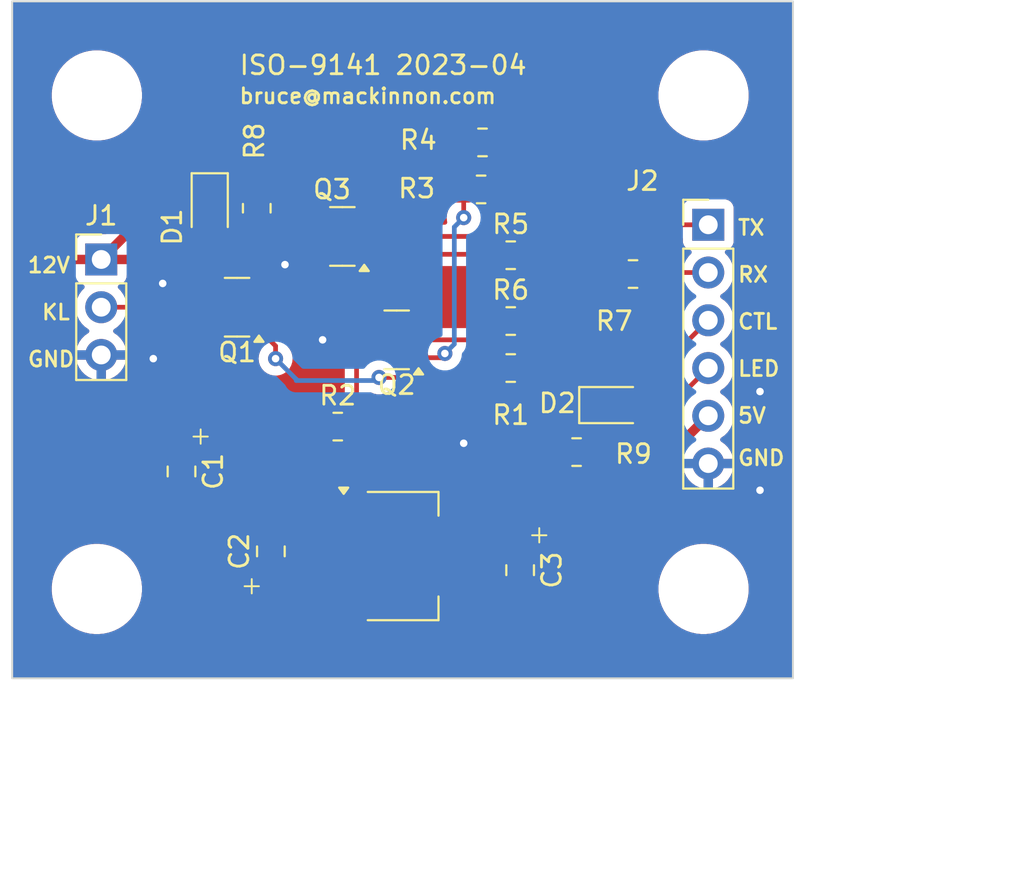
<source format=kicad_pcb>
(kicad_pcb (version 20240108) (generator "pcbnew") (generator_version "8.0")
  (layers (0 "F.Cu" signal) (31 "B.Cu" signal) (34 "B.Paste" user) (35 "F.Paste" user) (36 "B.SilkS" user "B.Silkscreen") (37 "F.SilkS" user "F.Silkscreen") (38 "B.Mask" user) (39 "F.Mask" user) (44 "Edge.Cuts" user))
  (net 0 "")
  (net 1 "+12V")
  (net 2 "GND")
  (net 3 "Net-(D1-K)")
  (net 4 "KLINE")
  (net 5 "TX")
  (net 6 "RX")
  (net 7 "CTL")
  (net 8 "Net-(Q1-B)")
  (net 9 "Net-(Q2-B)")
  (net 10 "+5V")
  (net 11 "Net-(Q3-B)")
  (net 12 "IND0")
  (net 13 "Net-(D2-K)")
  (net 14 "Net-(Q3-C)")
  (footprint "Package_TO_SOT_SMD:SOT-23" (layer "F.Cu") (at 157.4375 90 180)
    (property "Reference" "Q2" (at 0 -2.4 0) (layer "F.SilkS"))
    (property "Value" "MMBT3904")
    (fp_line (start 0 1.56) (end 0.65 1.56) (stroke (width 0.12)) (layer "F.SilkS"))
    (fp_line (start 0 1.56) (end -0.65 1.56) (stroke (width 0.12)) (layer "F.SilkS"))
    (fp_line (start 0 -1.56) (end 0.65 -1.56) (stroke (width 0.12)) (layer "F.SilkS"))
    (fp_line (start 0 -1.56) (end -0.65 -1.56) (stroke (width 0.12)) (layer "F.SilkS"))
    (fp_poly (pts (xy -1.1625 -1.51) (xy -1.4025 -1.84) (xy -0.9225 -1.84) (xy -1.1625 -1.51)) (stroke (width 0.12)) (fill solid) (layer "F.SilkS"))
    (pad "1" smd roundrect (at -0.9375 -0.95 180) (size 1.475 0.6) (layers "F.Cu" "F.Paste" "F.Mask") (net 9 "Net-(Q2-B)"))
    (pad "2" smd roundrect (at -0.9375 0.95 180) (size 1.475 0.6) (layers "F.Cu" "F.Paste" "F.Mask") (net 2 "GND"))
    (pad "3" smd roundrect (at 0.9375 0 180) (size 1.475 0.6) (layers "F.Cu" "F.Paste" "F.Mask") (net 4 "KLINE"))
  )
  (footprint "LED_SMD:LED_0805_2012Metric_Pad1.15x1.40mm_HandSolder" (layer "F.Cu") (at 169 93.47)
    (property "Reference" "D2" (at -3.025 -0.1 0) (layer "F.SilkS"))
    (property "Value" "LED")
    (fp_line (start -1.86 -0.96) (end -1.86 0.96) (stroke (width 0.12)) (layer "F.SilkS"))
    (fp_line (start -1.86 0.96) (end 1 0.96) (stroke (width 0.12)) (layer "F.SilkS"))
    (fp_line (start 1 -0.96) (end -1.86 -0.96) (stroke (width 0.12)) (layer "F.SilkS"))
    (pad "1" smd roundrect (at -1.025 0) (size 1.15 1.4) (layers "F.Cu" "F.Paste" "F.Mask") (roundrect_rratio 0.217391) (net 13 "Net-(D2-K)"))
    (pad "2" smd roundrect (at 1.025 0) (size 1.15 1.4) (layers "F.Cu" "F.Paste" "F.Mask") (roundrect_rratio 0.217391) (net 12 "IND0"))
  )
  (footprint "Resistor_SMD:R_0805_2012Metric_Pad1.20x1.40mm_HandSolder" (layer "F.Cu") (at 170 86.5 180)
    (property "Reference" "R7" (at 1 -2.5 180) (layer "F.SilkS"))
    (property "Value" "22K")
    (fp_line (start -0.227064 0.735) (end 0.227064 0.735) (stroke (width 0.12)) (layer "F.SilkS"))
    (fp_line (start -0.227064 -0.735) (end 0.227064 -0.735) (stroke (width 0.12)) (layer "F.SilkS"))
    (pad "1" smd roundrect (at -1 0 180) (size 1.2 1.4) (layers "F.Cu" "F.Paste" "F.Mask") (roundrect_rratio 0.208333) (net 6 "RX"))
    (pad "2" smd roundrect (at 1 0 180) (size 1.2 1.4) (layers "F.Cu" "F.Paste" "F.Mask") (roundrect_rratio 0.208333) (net 2 "GND"))
  )
  (footprint "LED_SMD:LED_0805_2012Metric_Pad1.15x1.40mm_HandSolder" (layer "F.Cu") (at 147.5 83 -90)
    (property "Reference" "D1" (at 1 2 90) (layer "F.SilkS"))
    (property "Value" "LED")
    (fp_line (start -1.86 0.96) (end 1 0.96) (stroke (width 0.12)) (layer "F.SilkS"))
    (fp_line (start -1.86 -0.96) (end -1.86 0.96) (stroke (width 0.12)) (layer "F.SilkS"))
    (fp_line (start 1 -0.96) (end -1.86 -0.96) (stroke (width 0.12)) (layer "F.SilkS"))
    (pad "1" smd roundrect (at -1.025 0 270) (size 1.15 1.4) (layers "F.Cu" "F.Paste" "F.Mask") (roundrect_rratio 0.217391) (net 3 "Net-(D1-K)"))
    (pad "2" smd roundrect (at 1.025 0 270) (size 1.15 1.4) (layers "F.Cu" "F.Paste" "F.Mask") (roundrect_rratio 0.217391) (net 1 "+12V"))
  )
  (footprint "bruce-footprints:CPOL_0805_2012Metric_Pad1.18x1.45mm_HandSolder" (layer "F.Cu") (at 164 102.25 -90)
    (property "Reference" "C3" (at 0 -1.68 90) (layer "F.SilkS"))
    (property "Value" "10u")
    (fp_line (start -0.261252 0.735) (end 0.261252 0.735) (stroke (width 0.12)) (layer "F.SilkS"))
    (fp_line (start -0.261252 -0.735) (end 0.261252 -0.735) (stroke (width 0.12)) (layer "F.SilkS"))
    (fp_text user "+" (at -2.54 -0.508 -90) (layer "F.SilkS") (effects (font (thickness 0.1)) (justify left bottom)))
    (pad "1" smd roundrect (at -1.114 0 270) (size 1.328 1.45) (layers "F.Cu" "F.Paste" "F.Mask") (roundrect_rratio 0.212766) (net 10 "+5V"))
    (pad "2" smd roundrect (at 1.114 0 270) (size 1.328 1.45) (layers "F.Cu" "F.Paste" "F.Mask") (roundrect_rratio 0.212766) (net 2 "GND"))
  )
  (footprint "Resistor_SMD:R_0805_2012Metric_Pad1.20x1.40mm_HandSolder" (layer "F.Cu") (at 150 83 -90)
    (property "Reference" "R8" (at -3.572 0.127 90) (layer "F.SilkS"))
    (property "Value" "470")
    (fp_line (start -0.227064 0.735) (end 0.227064 0.735) (stroke (width 0.12)) (layer "F.SilkS"))
    (fp_line (start -0.227064 -0.735) (end 0.227064 -0.735) (stroke (width 0.12)) (layer "F.SilkS"))
    (pad "1" smd roundrect (at -1 0 270) (size 1.2 1.4) (layers "F.Cu" "F.Paste" "F.Mask") (roundrect_rratio 0.208333) (net 3 "Net-(D1-K)"))
    (pad "2" smd roundrect (at 1 0 270) (size 1.2 1.4) (layers "F.Cu" "F.Paste" "F.Mask") (roundrect_rratio 0.208333) (net 2 "GND"))
  )
  (footprint "Resistor_SMD:R_0805_2012Metric_Pad1.20x1.40mm_HandSolder" (layer "F.Cu") (at 167 95.97 180)
    (property "Reference" "R9" (at -3.025 -0.1 180) (layer "F.SilkS"))
    (property "Value" "220")
    (fp_line (start -0.227064 0.735) (end 0.227064 0.735) (stroke (width 0.12)) (layer "F.SilkS"))
    (fp_line (start -0.227064 -0.735) (end 0.227064 -0.735) (stroke (width 0.12)) (layer "F.SilkS"))
    (pad "1" smd roundrect (at -1 0 180) (size 1.2 1.4) (layers "F.Cu" "F.Paste" "F.Mask") (roundrect_rratio 0.208333) (net 13 "Net-(D2-K)"))
    (pad "2" smd roundrect (at 1 0 180) (size 1.2 1.4) (layers "F.Cu" "F.Paste" "F.Mask") (roundrect_rratio 0.208333) (net 2 "GND"))
  )
  (footprint "bruce-footprints:CPOL_0805_2012Metric_Pad1.18x1.45mm_HandSolder" (layer "F.Cu") (at 146 97 -90)
    (property "Reference" "C1" (at 0 -1.68 90) (layer "F.SilkS"))
    (property "Value" "10U")
    (fp_line (start -0.261252 0.735) (end 0.261252 0.735) (stroke (width 0.12)) (layer "F.SilkS"))
    (fp_line (start -0.261252 -0.735) (end 0.261252 -0.735) (stroke (width 0.12)) (layer "F.SilkS"))
    (fp_text user "+" (at -2.54 -0.508 -90) (layer "F.SilkS") (effects (font (thickness 0.1)) (justify left bottom)))
    (pad "1" smd roundrect (at -1.114 0 270) (size 1.328 1.45) (layers "F.Cu" "F.Paste" "F.Mask") (roundrect_rratio 0.212766) (net 1 "+12V"))
    (pad "2" smd roundrect (at 1.114 0 270) (size 1.328 1.45) (layers "F.Cu" "F.Paste" "F.Mask") (roundrect_rratio 0.212766) (net 2 "GND"))
  )
  (footprint "MountingHole:MountingHole_4.3mm_M4" (layer "F.Cu") (at 141.5 103.25)
    (property "Reference" "H3" (hide yes))
    (property "Value" "MountingHole")
    (pad "" np_thru_hole circle (at 0 0) (size 4.3 4.3) (drill 4.3) (layers "*.Cu" "*.Mask"))
  )
  (footprint "MountingHole:MountingHole_4.3mm_M4" (layer "F.Cu") (at 141.5 77)
    (property "Reference" "H1" (hide yes))
    (property "Value" "MountingHole")
    (pad "" np_thru_hole circle (at 0 0) (size 4.3 4.3) (drill 4.3) (layers "*.Cu" "*.Mask"))
  )
  (footprint "bruce-footprints:CPOL_0805_2012Metric_Pad1.18x1.45mm_HandSolder" (layer "F.Cu") (at 150.75 101.25 90)
    (property "Reference" "C2" (at 0 -1.68 -90) (layer "F.SilkS"))
    (property "Value" "10u")
    (fp_line (start -0.261252 -0.735) (end 0.261252 -0.735) (stroke (width 0.12)) (layer "F.SilkS"))
    (fp_line (start -0.261252 0.735) (end 0.261252 0.735) (stroke (width 0.12)) (layer "F.SilkS"))
    (fp_text user "+" (at -2.54 -0.508 90) (layer "F.SilkS") (effects (font (thickness 0.1)) (justify left bottom)))
    (pad "1" smd roundrect (at -1.114 0 90) (size 1.328 1.45) (layers "F.Cu" "F.Paste" "F.Mask") (roundrect_rratio 0.212766) (net 1 "+12V"))
    (pad "2" smd roundrect (at 1.114 0 90) (size 1.328 1.45) (layers "F.Cu" "F.Paste" "F.Mask") (roundrect_rratio 0.212766) (net 2 "GND"))
  )
  (footprint "Resistor_SMD:R_0805_2012Metric_Pad1.20x1.40mm_HandSolder" (layer "F.Cu") (at 163.5 89)
    (property "Reference" "R6" (at 0 -1.65 0) (layer "F.SilkS"))
    (property "Value" "47K")
    (fp_line (start -0.227064 -0.735) (end 0.227064 -0.735) (stroke (width 0.12)) (layer "F.SilkS"))
    (fp_line (start -0.227064 0.735) (end 0.227064 0.735) (stroke (width 0.12)) (layer "F.SilkS"))
    (pad "1" smd roundrect (at -1 0) (size 1.2 1.4) (layers "F.Cu" "F.Paste" "F.Mask") (roundrect_rratio 0.208333) (net 4 "KLINE"))
    (pad "2" smd roundrect (at 1 0) (size 1.2 1.4) (layers "F.Cu" "F.Paste" "F.Mask") (roundrect_rratio 0.208333) (net 6 "RX"))
  )
  (footprint "MountingHole:MountingHole_4.3mm_M4" (layer "F.Cu") (at 173.75 103.25)
    (property "Reference" "H4" (hide yes))
    (property "Value" "MountingHole")
    (pad "" np_thru_hole circle (at 0 0) (size 4.3 4.3) (drill 4.3) (layers "*.Cu" "*.Mask"))
  )
  (footprint "Resistor_SMD:R_0805_2012Metric_Pad1.20x1.40mm_HandSolder" (layer "F.Cu") (at 163.5 85.5)
    (property "Reference" "R5" (at 0 -1.65 0) (layer "F.SilkS"))
    (property "Value" "2.2K")
    (fp_line (start -0.227064 -0.735) (end 0.227064 -0.735) (stroke (width 0.12)) (layer "F.SilkS"))
    (fp_line (start -0.227064 0.735) (end 0.227064 0.735) (stroke (width 0.12)) (layer "F.SilkS"))
    (pad "1" smd roundrect (at -1 0) (size 1.2 1.4) (layers "F.Cu" "F.Paste" "F.Mask") (roundrect_rratio 0.208333) (net 11 "Net-(Q3-B)"))
    (pad "2" smd roundrect (at 1 0) (size 1.2 1.4) (layers "F.Cu" "F.Paste" "F.Mask") (roundrect_rratio 0.208333) (net 5 "TX"))
  )
  (footprint "Package_TO_SOT_SMD:SOT-223-3_TabPin2" (layer "F.Cu") (at 157.75 101.5)
    (property "Reference" "U1" (hide yes))
    (property "Value" "NCP1117-5.0_SOT223")
    (fp_line (start -1.85 -3.41) (end 1.91 -3.41) (stroke (width 0.12)) (layer "F.SilkS"))
    (fp_line (start -1.85 3.41) (end 1.91 3.41) (stroke (width 0.12)) (layer "F.SilkS"))
    (fp_line (start 1.91 -3.41) (end 1.91 -2.15) (stroke (width 0.12)) (layer "F.SilkS"))
    (fp_line (start 1.91 3.41) (end 1.91 2.15) (stroke (width 0.12)) (layer "F.SilkS"))
    (fp_poly (pts (xy -3.13 -3.31) (xy -3.37 -3.64) (xy -2.89 -3.64) (xy -3.13 -3.31)) (stroke (width 0.12)) (fill solid) (layer "F.SilkS"))
    (pad "1" smd roundrect (at -3.15 -2.3) (size 2 1.5) (layers "F.Cu" "F.Paste" "F.Mask") (net 2 "GND"))
    (pad "2" smd roundrect (at -3.15 0) (size 2 1.5) (layers "F.Cu" "F.Paste" "F.Mask") (net 10 "+5V"))
    (pad "2" smd roundrect (at 3.15 0) (size 2 3.8) (layers "F.Cu" "F.Paste" "F.Mask") (net 10 "+5V"))
    (pad "3" smd roundrect (at -3.15 2.3) (size 2 1.5) (layers "F.Cu" "F.Paste" "F.Mask") (net 1 "+12V"))
  )
  (footprint "MountingHole:MountingHole_4.3mm_M4" (layer "F.Cu") (at 173.75 77)
    (property "Reference" "H2" (hide yes))
    (property "Value" "MountingHole")
    (pad "" np_thru_hole circle (at 0 0) (size 4.3 4.3) (drill 4.3) (layers "*.Cu" "*.Mask"))
  )
  (footprint "Resistor_SMD:R_0805_2012Metric_Pad1.20x1.40mm_HandSolder" (layer "F.Cu") (at 161.925 82)
    (property "Reference" "R3" (at -3.425 -0.05 0) (layer "F.SilkS"))
    (property "Value" "2.2K")
    (fp_line (start -0.227064 -0.735) (end 0.227064 -0.735) (stroke (width 0.12)) (layer "F.SilkS"))
    (fp_line (start -0.227064 0.735) (end 0.227064 0.735) (stroke (width 0.12)) (layer "F.SilkS"))
    (pad "1" smd roundrect (at -1 0) (size 1.2 1.4) (layers "F.Cu" "F.Paste" "F.Mask") (roundrect_rratio 0.208333) (net 9 "Net-(Q2-B)"))
    (pad "2" smd roundrect (at 1 0) (size 1.2 1.4) (layers "F.Cu" "F.Paste" "F.Mask") (roundrect_rratio 0.208333) (net 14 "Net-(Q3-C)"))
  )
  (footprint "Connector_PinHeader_2.54mm:PinHeader_1x06_P2.54mm_Vertical" (layer "F.Cu") (at 174 83.88)
    (property "Reference" "J2" (at -3.5 -2.33 0) (layer "F.SilkS"))
    (property "Value" "Conn_01x06")
    (fp_line (start -1.33 -1.33) (end 0 -1.33) (stroke (width 0.12)) (layer "F.SilkS"))
    (fp_line (start -1.33 0) (end -1.33 -1.33) (stroke (width 0.12)) (layer "F.SilkS"))
    (fp_line (start -1.33 1.27) (end -1.33 14.03) (stroke (width 0.12)) (layer "F.SilkS"))
    (fp_line (start -1.33 1.27) (end 1.33 1.27) (stroke (width 0.12)) (layer "F.SilkS"))
    (fp_line (start -1.33 14.03) (end 1.33 14.03) (stroke (width 0.12)) (layer "F.SilkS"))
    (fp_line (start 1.33 1.27) (end 1.33 14.03) (stroke (width 0.12)) (layer "F.SilkS"))
    (pad "1" thru_hole rect (at 0 0) (size 1.7 1.7) (drill 1) (layers "*.Cu" "*.Mask") (net 5 "TX"))
    (pad "2" thru_hole oval (at 0 2.54) (size 1.7 1.7) (drill 1) (layers "*.Cu" "*.Mask") (net 6 "RX"))
    (pad "3" thru_hole oval (at 0 5.08) (size 1.7 1.7) (drill 1) (layers "*.Cu" "*.Mask") (net 7 "CTL"))
    (pad "4" thru_hole oval (at 0 7.62) (size 1.7 1.7) (drill 1) (layers "*.Cu" "*.Mask") (net 12 "IND0"))
    (pad "5" thru_hole oval (at 0 10.16) (size 1.7 1.7) (drill 1) (layers "*.Cu" "*.Mask") (net 10 "+5V"))
    (pad "6" thru_hole oval (at 0 12.7) (size 1.7 1.7) (drill 1) (layers "*.Cu" "*.Mask") (net 2 "GND"))
  )
  (footprint "Resistor_SMD:R_0805_2012Metric_Pad1.20x1.40mm_HandSolder" (layer "F.Cu") (at 163.5 91.5)
    (property "Reference" "R1" (at 0 2.5 0) (layer "F.SilkS"))
    (property "Value" "2.2K")
    (fp_line (start -0.227064 -0.735) (end 0.227064 -0.735) (stroke (width 0.12)) (layer "F.SilkS"))
    (fp_line (start -0.227064 0.735) (end 0.227064 0.735) (stroke (width 0.12)) (layer "F.SilkS"))
    (pad "1" smd roundrect (at -1 0) (size 1.2 1.4) (layers "F.Cu" "F.Paste" "F.Mask") (roundrect_rratio 0.208333) (net 8 "Net-(Q1-B)"))
    (pad "2" smd roundrect (at 1 0) (size 1.2 1.4) (layers "F.Cu" "F.Paste" "F.Mask") (roundrect_rratio 0.208333) (net 7 "CTL"))
  )
  (footprint "Resistor_SMD:R_0805_2012Metric_Pad1.20x1.40mm_HandSolder" (layer "F.Cu") (at 154.305 94.615)
    (property "Reference" "R2" (at 0 -1.65 0) (layer "F.SilkS"))
    (property "Value" "560")
    (fp_line (start -0.227064 -0.735) (end 0.227064 -0.735) (stroke (width 0.12)) (layer "F.SilkS"))
    (fp_line (start -0.227064 0.735) (end 0.227064 0.735) (stroke (width 0.12)) (layer "F.SilkS"))
    (pad "1" smd roundrect (at -1 0) (size 1.2 1.4) (layers "F.Cu" "F.Paste" "F.Mask") (roundrect_rratio 0.208333) (net 1 "+12V"))
    (pad "2" smd roundrect (at 1 0) (size 1.2 1.4) (layers "F.Cu" "F.Paste" "F.Mask") (roundrect_rratio 0.208333) (net 4 "KLINE"))
  )
  (footprint "Package_TO_SOT_SMD:SOT-23" (layer "F.Cu") (at 148.9525 88.265 180)
    (property "Reference" "Q1" (at 0 -2.4 0) (layer "F.SilkS"))
    (property "Value" "MMBT3904")
    (fp_line (start 0 1.56) (end 0.65 1.56) (stroke (width 0.12)) (layer "F.SilkS"))
    (fp_line (start 0 1.56) (end -0.65 1.56) (stroke (width 0.12)) (layer "F.SilkS"))
    (fp_line (start 0 -1.56) (end 0.65 -1.56) (stroke (width 0.12)) (layer "F.SilkS"))
    (fp_line (start 0 -1.56) (end -0.65 -1.56) (stroke (width 0.12)) (layer "F.SilkS"))
    (fp_poly (pts (xy -1.1625 -1.51) (xy -1.4025 -1.84) (xy -0.9225 -1.84) (xy -1.1625 -1.51)) (stroke (width 0.12)) (fill solid) (layer "F.SilkS"))
    (pad "1" smd roundrect (at -0.9375 -0.95 180) (size 1.475 0.6) (layers "F.Cu" "F.Paste" "F.Mask") (net 8 "Net-(Q1-B)"))
    (pad "2" smd roundrect (at -0.9375 0.95 180) (size 1.475 0.6) (layers "F.Cu" "F.Paste" "F.Mask") (net 2 "GND"))
    (pad "3" smd roundrect (at 0.9375 0 180) (size 1.475 0.6) (layers "F.Cu" "F.Paste" "F.Mask") (net 4 "KLINE"))
  )
  (footprint "Package_TO_SOT_SMD:SOT-23" (layer "F.Cu") (at 154.55 84.5 180)
    (property "Reference" "Q3" (at 0.55 2.5 180) (layer "F.SilkS"))
    (property "Value" "MMBT3904")
    (fp_line (start 0 1.56) (end 0.65 1.56) (stroke (width 0.12)) (layer "F.SilkS"))
    (fp_line (start 0 1.56) (end -0.65 1.56) (stroke (width 0.12)) (layer "F.SilkS"))
    (fp_line (start 0 -1.56) (end 0.65 -1.56) (stroke (width 0.12)) (layer "F.SilkS"))
    (fp_line (start 0 -1.56) (end -0.65 -1.56) (stroke (width 0.12)) (layer "F.SilkS"))
    (fp_poly (pts (xy -1.1625 -1.51) (xy -1.4025 -1.84) (xy -0.9225 -1.84) (xy -1.1625 -1.51)) (stroke (width 0.12)) (fill solid) (layer "F.SilkS"))
    (pad "1" smd roundrect (at -0.9375 -0.95 180) (size 1.475 0.6) (layers "F.Cu" "F.Paste" "F.Mask") (net 11 "Net-(Q3-B)"))
    (pad "2" smd roundrect (at -0.9375 0.95 180) (size 1.475 0.6) (layers "F.Cu" "F.Paste" "F.Mask") (net 2 "GND"))
    (pad "3" smd roundrect (at 0.9375 0 180) (size 1.475 0.6) (layers "F.Cu" "F.Paste" "F.Mask") (net 14 "Net-(Q3-C)"))
  )
  (footprint "Resistor_SMD:R_0805_2012Metric_Pad1.20x1.40mm_HandSolder" (layer "F.Cu") (at 162 79.5)
    (property "Reference" "R4" (at -3.413 -0.127 0) (layer "F.SilkS"))
    (property "Value" "5.6K")
    (fp_line (start -0.227064 -0.735) (end 0.227064 -0.735) (stroke (width 0.12)) (layer "F.SilkS"))
    (fp_line (start -0.227064 0.735) (end 0.227064 0.735) (stroke (width 0.12)) (layer "F.SilkS"))
    (pad "1" smd roundrect (at -1 0) (size 1.2 1.4) (layers "F.Cu" "F.Paste" "F.Mask") (roundrect_rratio 0.208333) (net 1 "+12V"))
    (pad "2" smd roundrect (at 1 0) (size 1.2 1.4) (layers "F.Cu" "F.Paste" "F.Mask") (roundrect_rratio 0.208333) (net 14 "Net-(Q3-C)"))
  )
  (footprint "Connector_PinHeader_2.54mm:PinHeader_1x03_P2.54mm_Vertical" (layer "F.Cu") (at 141.732 85.725)
    (property "Reference" "J1" (at 0 -2.33 0) (layer "F.SilkS"))
    (property "Value" "Conn_01x03")
    (fp_line (start -1.33 -1.33) (end 0 -1.33) (stroke (width 0.12)) (layer "F.SilkS"))
    (fp_line (start -1.33 0) (end -1.33 -1.33) (stroke (width 0.12)) (layer "F.SilkS"))
    (fp_line (start -1.33 1.27) (end -1.33 6.41) (stroke (width 0.12)) (layer "F.SilkS"))
    (fp_line (start -1.33 1.27) (end 1.33 1.27) (stroke (width 0.12)) (layer "F.SilkS"))
    (fp_line (start -1.33 6.41) (end 1.33 6.41) (stroke (width 0.12)) (layer "F.SilkS"))
    (fp_line (start 1.33 1.27) (end 1.33 6.41) (stroke (width 0.12)) (layer "F.SilkS"))
    (pad "1" thru_hole rect (at 0 0) (size 1.7 1.7) (drill 1) (layers "*.Cu" "*.Mask") (net 1 "+12V"))
    (pad "2" thru_hole oval (at 0 2.54) (size 1.7 1.7) (drill 1) (layers "*.Cu" "*.Mask") (net 4 "KLINE"))
    (pad "3" thru_hole oval (at 0 5.08) (size 1.7 1.7) (drill 1) (layers "*.Cu" "*.Mask") (net 2 "GND"))
  )
  (gr_rect (start 137 72) (end 178.5 108) (stroke (width 0.1)) (fill none) (layer "Edge.Cuts"))
  (gr_text "bruce@mackinnon.com" (at 149 77.5 0) (layer "F.SilkS") (effects (font (size 0.8 0.8)) (justify left bottom)))
  (gr_text "ISO-9141 2023-04" (at 149 75.976 0) (layer "F.SilkS") (effects (font (size 1 1)) (justify left bottom)))
  (gr_text "GND" (at 137.75 91.5 0) (layer "F.SilkS") (effects (font (size 0.8 0.8)) (justify left bottom)))
  (gr_text "12V" (at 137.75 86.5 0) (layer "F.SilkS") (effects (font (size 0.8 0.8)) (justify left bottom)))
  (gr_text "5V" (at 175.5 94.5 0) (layer "F.SilkS") (effects (font (size 0.8 0.8)) (justify left bottom)))
  (gr_text "GND" (at 175.5 96.75 0) (layer "F.SilkS") (effects (font (size 0.8 0.8)) (justify left bottom)))
  (gr_text "LED" (at 175.5 92 0) (layer "F.SilkS") (effects (font (size 0.8 0.8)) (justify left bottom)))
  (gr_text "KL" (at 138.5 89 0) (layer "F.SilkS") (effects (font (size 0.8 0.8)) (justify left bottom)))
  (gr_text "TX" (at 175.5 84.5 0) (layer "F.SilkS") (effects (font (size 0.8 0.8)) (justify left bottom)))
  (gr_text "RX" (at 175.5 87 0) (layer "F.SilkS") (effects (font (size 0.8 0.8)) (justify left bottom)))
  (gr_text "CTL" (at 175.5 89.5 0) (layer "F.SilkS") (effects (font (size 0.8 0.8)) (justify left bottom)))
  (segment (start 139 94) (end 140.36 95.36) (width 0.5) (layer "F.Cu") (net 1))
  (segment (start 145.8 85.725) (end 147.5 84.025) (width 0.5) (layer "F.Cu") (net 1))
  (segment (start 140.275 85.725) (end 139 87) (width 0.5) (layer "F.Cu") (net 1))
  (segment (start 153.305 94.615) (end 151.925 95.995) (width 0.5) (layer "F.Cu") (net 1))
  (segment (start 141.732 85.725) (end 147.957 79.5) (width 0.5) (layer "F.Cu") (net 1))
  (segment (start 146 95.36) (end 152.56 95.36) (width 0.5) (layer "F.Cu") (net 1))
  (segment (start 153.164 102.364) (end 154.6 103.8) (width 0.5) (layer "F.Cu") (net 1))
  (segment (start 151.925 95.995) (end 151.925 101.189) (width 0.5) (layer "F.Cu") (net 1))
  (segment (start 151.925 101.189) (end 150.75 102.364) (width 0.5) (layer "F.Cu") (net 1))
  (segment (start 150.75 102.364) (end 153.164 102.364) (width 0.5) (layer "F.Cu") (net 1))
  (segment (start 147.957 79.5) (end 161 79.5) (width 0.5) (layer "F.Cu") (net 1))
  (segment (start 139 87) (end 139 94) (width 0.5) (layer "F.Cu") (net 1))
  (segment (start 152.56 95.36) (end 153.305 94.615) (width 0.5) (layer "F.Cu") (net 1))
  (segment (start 141.732 85.725) (end 140.275 85.725) (width 0.5) (layer "F.Cu") (net 1))
  (segment (start 140.36 95.36) (end 146 95.36) (width 0.5) (layer "F.Cu") (net 1))
  (segment (start 141.732 85.725) (end 145.8 85.725) (width 0.5) (layer "F.Cu") (net 1))
  (via (at 153.5 90) (size 0.8) (drill 0.4) (layers "F.Cu" "B.Cu") (net 2))
  (via (at 151.5 86) (size 0.8) (drill 0.4) (layers "F.Cu" "B.Cu") (net 2))
  (via (at 161 95.5) (size 0.8) (drill 0.4) (layers "F.Cu" "B.Cu") (net 2))
  (via (at 176.75 98) (size 0.8) (drill 0.4) (layers "F.Cu" "B.Cu") (net 2))
  (via (at 144.5 91) (size 0.8) (drill 0.4) (layers "F.Cu" "B.Cu") (net 2))
  (via (at 145 87) (size 0.8) (drill 0.4) (layers "F.Cu" "B.Cu") (net 2))
  (via (at 176.75 92.75) (size 0.8) (drill 0.4) (layers "F.Cu" "B.Cu") (net 2))
  (segment (start 147.5 81.975) (end 149.975 81.975) (width 0.25) (layer "F.Cu") (net 3))
  (segment (start 149.975 81.975) (end 150 82) (width 0.25) (layer "F.Cu") (net 3))
  (segment (start 141.732 88.265) (end 148.015 88.265) (width 0.25) (layer "F.Cu") (net 4))
  (segment (start 154.765 88.265) (end 156.5 90) (width 0.25) (layer "F.Cu") (net 4))
  (segment (start 155.305 94.615) (end 155.305 91.195) (width 0.25) (layer "F.Cu") (net 4))
  (segment (start 155.305 91.195) (end 156.5 90) (width 0.25) (layer "F.Cu") (net 4))
  (segment (start 156.5 90) (end 161.5 90) (width 0.25) (layer "F.Cu") (net 4))
  (segment (start 161.5 90) (end 162.5 89) (width 0.25) (layer "F.Cu") (net 4))
  (segment (start 148.015 88.265) (end 154.765 88.265) (width 0.25) (layer "F.Cu") (net 4))
  (segment (start 166.62 83.88) (end 174 83.88) (width 0.25) (layer "F.Cu") (net 5))
  (segment (start 164.5 85.5) (end 165 85.5) (width 0.25) (layer "F.Cu") (net 5))
  (segment (start 165 85.5) (end 166.62 83.88) (width 0.25) (layer "F.Cu") (net 5))
  (segment (start 171 86.5) (end 171.5 86.5) (width 0.25) (layer "F.Cu") (net 6))
  (segment (start 171.58 86.42) (end 174 86.42) (width 0.25) (layer "F.Cu") (net 6))
  (segment (start 171.5 86.5) (end 171.58 86.42) (width 0.25) (layer "F.Cu") (net 6))
  (segment (start 164.5 89) (end 168.5 89) (width 0.25) (layer "F.Cu") (net 6))
  (segment (start 168.5 89) (end 171 86.5) (width 0.25) (layer "F.Cu") (net 6))
  (segment (start 171.46 91.5) (end 174 88.96) (width 0.25) (layer "F.Cu") (net 7))
  (segment (start 164.5 91.5) (end 171.46 91.5) (width 0.25) (layer "F.Cu") (net 7))
  (segment (start 151 91) (end 151 90.325) (width 0.25) (layer "F.Cu") (net 8))
  (segment (start 162.5 91.5) (end 162 92) (width 0.25) (layer "F.Cu") (net 8))
  (segment (start 162 92) (end 156.5 92) (width 0.25) (layer "F.Cu") (net 8))
  (segment (start 151 90.325) (end 149.89 89.215) (width 0.25) (layer "F.Cu") (net 8))
  (via (at 156.5 92) (size 0.8) (drill 0.4) (layers "F.Cu" "B.Cu") (net 8))
  (via (at 151 91) (size 0.8) (drill 0.4) (layers "F.Cu" "B.Cu") (net 8))
  (segment (start 156.335 92.165) (end 152.099695 92.165) (width 0.25) (layer "B.Cu") (net 8))
  (segment (start 156.5 92) (end 156.335 92.165) (width 0.25) (layer "B.Cu") (net 8))
  (segment (start 152.099695 92.099695) (end 151 91) (width 0.25) (layer "B.Cu") (net 8))
  (segment (start 152.099695 92.165) (end 152.099695 92.099695) (width 0.25) (layer "B.Cu") (net 8))
  (segment (start 161 83.5) (end 161 82.075) (width 0.25) (layer "F.Cu") (net 9))
  (segment (start 161 82.075) (end 160.925 82) (width 0.25) (layer "F.Cu") (net 9))
  (segment (start 159.775 90.95) (end 160 90.725) (width 0.25) (layer "F.Cu") (net 9))
  (segment (start 158.375 90.95) (end 159.775 90.95) (width 0.25) (layer "F.Cu") (net 9))
  (via (at 161 83.5) (size 0.8) (drill 0.4) (layers "F.Cu" "B.Cu") (net 9))
  (via (at 160 90.725) (size 0.8) (drill 0.4) (layers "F.Cu" "B.Cu") (net 9))
  (segment (start 160.5 90.225) (end 160.5 84) (width 0.25) (layer "B.Cu") (net 9))
  (segment (start 160 90.725) (end 160.5 90.225) (width 0.25) (layer "B.Cu") (net 9))
  (segment (start 160.5 84) (end 161 83.5) (width 0.25) (layer "B.Cu") (net 9))
  (segment (start 166.904 101.136) (end 174 94.04) (width 0.5) (layer "F.Cu") (net 10))
  (segment (start 163.636 101.5) (end 164 101.136) (width 0.5) (layer "F.Cu") (net 10))
  (segment (start 160.9 101.5) (end 163.636 101.5) (width 0.5) (layer "F.Cu") (net 10))
  (segment (start 154.6 101.5) (end 160.9 101.5) (width 0.5) (layer "F.Cu") (net 10))
  (segment (start 164 101.136) (end 166.904 101.136) (width 0.5) (layer "F.Cu") (net 10))
  (segment (start 162.45 85.45) (end 162.5 85.5) (width 0.25) (layer "F.Cu") (net 11))
  (segment (start 155.4875 85.45) (end 162.45 85.45) (width 0.25) (layer "F.Cu") (net 11))
  (segment (start 170.025 93.47) (end 172.03 93.47) (width 0.25) (layer "F.Cu") (net 12))
  (segment (start 172.03 93.47) (end 174 91.5) (width 0.25) (layer "F.Cu") (net 12))
  (segment (start 168 93.495) (end 168 95.97) (width 0.25) (layer "F.Cu") (net 13))
  (segment (start 167.975 93.47) (end 168 93.495) (width 0.25) (layer "F.Cu") (net 13))
  (segment (start 163 81.925) (end 162.925 82) (width 0.25) (layer "F.Cu") (net 14))
  (segment (start 163 79.5) (end 163 81.925) (width 0.25) (layer "F.Cu") (net 14))
  (segment (start 153.6125 84.5) (end 161.5 84.5) (width 0.25) (layer "F.Cu") (net 14))
  (segment (start 161.5 84.5) (end 162.925 83.075) (width 0.25) (layer "F.Cu") (net 14))
  (segment (start 162.925 83.075) (end 162.925 82) (width 0.25) (layer "F.Cu") (net 14))
  (zone (net 2) (net_name "GND") (layers "F&B.Cu") (connect_pads (clearance 0.5)) (min_thickness 0.25) (fill yes (thermal_gap 0.5) (thermal_bridge_width 0.5))
    (polygon (pts (xy 137 72) (xy 137 108) (xy 178.5 108) (xy 178.5 72)))
  )
)
</source>
